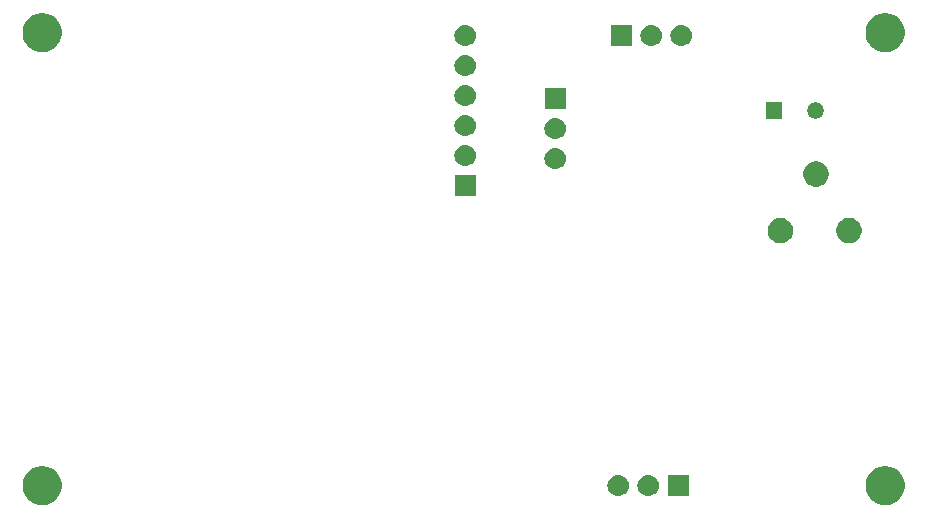
<source format=gbr>
G04 #@! TF.GenerationSoftware,KiCad,Pcbnew,(5.1.4)-1*
G04 #@! TF.CreationDate,2020-11-07T20:29:11+00:00*
G04 #@! TF.ProjectId,WLED Module,574c4544-204d-46f6-9475-6c652e6b6963,rev?*
G04 #@! TF.SameCoordinates,Original*
G04 #@! TF.FileFunction,Soldermask,Bot*
G04 #@! TF.FilePolarity,Negative*
%FSLAX46Y46*%
G04 Gerber Fmt 4.6, Leading zero omitted, Abs format (unit mm)*
G04 Created by KiCad (PCBNEW (5.1.4)-1) date 2020-11-07 20:29:11*
%MOMM*%
%LPD*%
G04 APERTURE LIST*
%ADD10C,0.100000*%
G04 APERTURE END LIST*
D10*
G36*
X178175256Y-124121298D02*
G01*
X178281579Y-124142447D01*
X178582042Y-124266903D01*
X178852451Y-124447585D01*
X179082415Y-124677549D01*
X179263097Y-124947958D01*
X179387553Y-125248421D01*
X179451000Y-125567391D01*
X179451000Y-125892609D01*
X179387553Y-126211579D01*
X179263097Y-126512042D01*
X179082415Y-126782451D01*
X178852451Y-127012415D01*
X178582042Y-127193097D01*
X178281579Y-127317553D01*
X178175256Y-127338702D01*
X177962611Y-127381000D01*
X177637389Y-127381000D01*
X177424744Y-127338702D01*
X177318421Y-127317553D01*
X177017958Y-127193097D01*
X176747549Y-127012415D01*
X176517585Y-126782451D01*
X176336903Y-126512042D01*
X176212447Y-126211579D01*
X176149000Y-125892609D01*
X176149000Y-125567391D01*
X176212447Y-125248421D01*
X176336903Y-124947958D01*
X176517585Y-124677549D01*
X176747549Y-124447585D01*
X177017958Y-124266903D01*
X177318421Y-124142447D01*
X177424744Y-124121298D01*
X177637389Y-124079000D01*
X177962611Y-124079000D01*
X178175256Y-124121298D01*
X178175256Y-124121298D01*
G37*
G36*
X249549256Y-124121298D02*
G01*
X249655579Y-124142447D01*
X249956042Y-124266903D01*
X250226451Y-124447585D01*
X250456415Y-124677549D01*
X250637097Y-124947958D01*
X250761553Y-125248421D01*
X250825000Y-125567391D01*
X250825000Y-125892609D01*
X250761553Y-126211579D01*
X250637097Y-126512042D01*
X250456415Y-126782451D01*
X250226451Y-127012415D01*
X249956042Y-127193097D01*
X249655579Y-127317553D01*
X249549256Y-127338702D01*
X249336611Y-127381000D01*
X249011389Y-127381000D01*
X248798744Y-127338702D01*
X248692421Y-127317553D01*
X248391958Y-127193097D01*
X248121549Y-127012415D01*
X247891585Y-126782451D01*
X247710903Y-126512042D01*
X247586447Y-126211579D01*
X247523000Y-125892609D01*
X247523000Y-125567391D01*
X247586447Y-125248421D01*
X247710903Y-124947958D01*
X247891585Y-124677549D01*
X248121549Y-124447585D01*
X248391958Y-124266903D01*
X248692421Y-124142447D01*
X248798744Y-124121298D01*
X249011389Y-124079000D01*
X249336611Y-124079000D01*
X249549256Y-124121298D01*
X249549256Y-124121298D01*
G37*
G36*
X229218443Y-124835519D02*
G01*
X229284627Y-124842037D01*
X229454466Y-124893557D01*
X229610991Y-124977222D01*
X229646729Y-125006552D01*
X229748186Y-125089814D01*
X229831448Y-125191271D01*
X229860778Y-125227009D01*
X229944443Y-125383534D01*
X229995963Y-125553373D01*
X230013359Y-125730000D01*
X229995963Y-125906627D01*
X229944443Y-126076466D01*
X229860778Y-126232991D01*
X229831448Y-126268729D01*
X229748186Y-126370186D01*
X229646729Y-126453448D01*
X229610991Y-126482778D01*
X229454466Y-126566443D01*
X229284627Y-126617963D01*
X229218442Y-126624482D01*
X229152260Y-126631000D01*
X229063740Y-126631000D01*
X228997558Y-126624482D01*
X228931373Y-126617963D01*
X228761534Y-126566443D01*
X228605009Y-126482778D01*
X228569271Y-126453448D01*
X228467814Y-126370186D01*
X228384552Y-126268729D01*
X228355222Y-126232991D01*
X228271557Y-126076466D01*
X228220037Y-125906627D01*
X228202641Y-125730000D01*
X228220037Y-125553373D01*
X228271557Y-125383534D01*
X228355222Y-125227009D01*
X228384552Y-125191271D01*
X228467814Y-125089814D01*
X228569271Y-125006552D01*
X228605009Y-124977222D01*
X228761534Y-124893557D01*
X228931373Y-124842037D01*
X228997557Y-124835519D01*
X229063740Y-124829000D01*
X229152260Y-124829000D01*
X229218443Y-124835519D01*
X229218443Y-124835519D01*
G37*
G36*
X226678443Y-124835519D02*
G01*
X226744627Y-124842037D01*
X226914466Y-124893557D01*
X227070991Y-124977222D01*
X227106729Y-125006552D01*
X227208186Y-125089814D01*
X227291448Y-125191271D01*
X227320778Y-125227009D01*
X227404443Y-125383534D01*
X227455963Y-125553373D01*
X227473359Y-125730000D01*
X227455963Y-125906627D01*
X227404443Y-126076466D01*
X227320778Y-126232991D01*
X227291448Y-126268729D01*
X227208186Y-126370186D01*
X227106729Y-126453448D01*
X227070991Y-126482778D01*
X226914466Y-126566443D01*
X226744627Y-126617963D01*
X226678442Y-126624482D01*
X226612260Y-126631000D01*
X226523740Y-126631000D01*
X226457558Y-126624482D01*
X226391373Y-126617963D01*
X226221534Y-126566443D01*
X226065009Y-126482778D01*
X226029271Y-126453448D01*
X225927814Y-126370186D01*
X225844552Y-126268729D01*
X225815222Y-126232991D01*
X225731557Y-126076466D01*
X225680037Y-125906627D01*
X225662641Y-125730000D01*
X225680037Y-125553373D01*
X225731557Y-125383534D01*
X225815222Y-125227009D01*
X225844552Y-125191271D01*
X225927814Y-125089814D01*
X226029271Y-125006552D01*
X226065009Y-124977222D01*
X226221534Y-124893557D01*
X226391373Y-124842037D01*
X226457557Y-124835519D01*
X226523740Y-124829000D01*
X226612260Y-124829000D01*
X226678443Y-124835519D01*
X226678443Y-124835519D01*
G37*
G36*
X232549000Y-126631000D02*
G01*
X230747000Y-126631000D01*
X230747000Y-124829000D01*
X232549000Y-124829000D01*
X232549000Y-126631000D01*
X232549000Y-126631000D01*
G37*
G36*
X246414366Y-103105647D02*
G01*
X246610129Y-103186735D01*
X246610130Y-103186736D01*
X246786313Y-103304457D01*
X246936143Y-103454287D01*
X247014802Y-103572009D01*
X247053865Y-103630471D01*
X247134953Y-103826234D01*
X247176290Y-104034052D01*
X247176290Y-104245948D01*
X247134953Y-104453766D01*
X247053865Y-104649529D01*
X247053864Y-104649530D01*
X246936143Y-104825713D01*
X246786313Y-104975543D01*
X246668591Y-105054202D01*
X246610129Y-105093265D01*
X246414366Y-105174353D01*
X246206548Y-105215690D01*
X245994652Y-105215690D01*
X245786834Y-105174353D01*
X245591071Y-105093265D01*
X245532609Y-105054202D01*
X245414887Y-104975543D01*
X245265057Y-104825713D01*
X245147336Y-104649530D01*
X245147335Y-104649529D01*
X245066247Y-104453766D01*
X245024910Y-104245948D01*
X245024910Y-104034052D01*
X245066247Y-103826234D01*
X245147335Y-103630471D01*
X245186398Y-103572009D01*
X245265057Y-103454287D01*
X245414887Y-103304457D01*
X245591070Y-103186736D01*
X245591071Y-103186735D01*
X245786834Y-103105647D01*
X245994652Y-103064310D01*
X246206548Y-103064310D01*
X246414366Y-103105647D01*
X246414366Y-103105647D01*
G37*
G36*
X240615546Y-103105647D02*
G01*
X240811309Y-103186735D01*
X240811310Y-103186736D01*
X240987493Y-103304457D01*
X241137323Y-103454287D01*
X241215982Y-103572009D01*
X241255045Y-103630471D01*
X241336133Y-103826234D01*
X241377470Y-104034052D01*
X241377470Y-104245948D01*
X241336133Y-104453766D01*
X241255045Y-104649529D01*
X241255044Y-104649530D01*
X241137323Y-104825713D01*
X240987493Y-104975543D01*
X240869771Y-105054202D01*
X240811309Y-105093265D01*
X240615546Y-105174353D01*
X240407728Y-105215690D01*
X240195832Y-105215690D01*
X239988014Y-105174353D01*
X239792251Y-105093265D01*
X239733789Y-105054202D01*
X239616067Y-104975543D01*
X239466237Y-104825713D01*
X239348516Y-104649530D01*
X239348515Y-104649529D01*
X239267427Y-104453766D01*
X239226090Y-104245948D01*
X239226090Y-104034052D01*
X239267427Y-103826234D01*
X239348515Y-103630471D01*
X239387578Y-103572009D01*
X239466237Y-103454287D01*
X239616067Y-103304457D01*
X239792250Y-103186736D01*
X239792251Y-103186735D01*
X239988014Y-103105647D01*
X240195832Y-103064310D01*
X240407728Y-103064310D01*
X240615546Y-103105647D01*
X240615546Y-103105647D01*
G37*
G36*
X214515000Y-101231000D02*
G01*
X212713000Y-101231000D01*
X212713000Y-99429000D01*
X214515000Y-99429000D01*
X214515000Y-101231000D01*
X214515000Y-101231000D01*
G37*
G36*
X243615286Y-98307587D02*
G01*
X243811049Y-98388675D01*
X243811050Y-98388676D01*
X243987233Y-98506397D01*
X244137063Y-98656227D01*
X244155744Y-98684186D01*
X244254785Y-98832411D01*
X244335873Y-99028174D01*
X244377210Y-99235992D01*
X244377210Y-99447888D01*
X244335873Y-99655706D01*
X244254785Y-99851469D01*
X244254784Y-99851470D01*
X244137063Y-100027653D01*
X243987233Y-100177483D01*
X243869511Y-100256142D01*
X243811049Y-100295205D01*
X243615286Y-100376293D01*
X243407468Y-100417630D01*
X243195572Y-100417630D01*
X242987754Y-100376293D01*
X242791991Y-100295205D01*
X242733529Y-100256142D01*
X242615807Y-100177483D01*
X242465977Y-100027653D01*
X242348256Y-99851470D01*
X242348255Y-99851469D01*
X242267167Y-99655706D01*
X242225830Y-99447888D01*
X242225830Y-99235992D01*
X242267167Y-99028174D01*
X242348255Y-98832411D01*
X242447296Y-98684186D01*
X242465977Y-98656227D01*
X242615807Y-98506397D01*
X242791990Y-98388676D01*
X242791991Y-98388675D01*
X242987754Y-98307587D01*
X243195572Y-98266250D01*
X243407468Y-98266250D01*
X243615286Y-98307587D01*
X243615286Y-98307587D01*
G37*
G36*
X221344443Y-97149519D02*
G01*
X221410627Y-97156037D01*
X221580466Y-97207557D01*
X221736991Y-97291222D01*
X221772729Y-97320552D01*
X221874186Y-97403814D01*
X221957448Y-97505271D01*
X221986778Y-97541009D01*
X222070443Y-97697534D01*
X222121963Y-97867373D01*
X222139359Y-98044000D01*
X222121963Y-98220627D01*
X222070443Y-98390466D01*
X221986778Y-98546991D01*
X221957448Y-98582729D01*
X221874186Y-98684186D01*
X221772729Y-98767448D01*
X221736991Y-98796778D01*
X221580466Y-98880443D01*
X221410627Y-98931963D01*
X221344443Y-98938481D01*
X221278260Y-98945000D01*
X221189740Y-98945000D01*
X221123558Y-98938482D01*
X221057373Y-98931963D01*
X220887534Y-98880443D01*
X220731009Y-98796778D01*
X220695271Y-98767448D01*
X220593814Y-98684186D01*
X220510552Y-98582729D01*
X220481222Y-98546991D01*
X220397557Y-98390466D01*
X220346037Y-98220627D01*
X220328641Y-98044000D01*
X220346037Y-97867373D01*
X220397557Y-97697534D01*
X220481222Y-97541009D01*
X220510552Y-97505271D01*
X220593814Y-97403814D01*
X220695271Y-97320552D01*
X220731009Y-97291222D01*
X220887534Y-97207557D01*
X221057373Y-97156037D01*
X221123558Y-97149518D01*
X221189740Y-97143000D01*
X221278260Y-97143000D01*
X221344443Y-97149519D01*
X221344443Y-97149519D01*
G37*
G36*
X213724442Y-96895518D02*
G01*
X213790627Y-96902037D01*
X213960466Y-96953557D01*
X214116991Y-97037222D01*
X214152729Y-97066552D01*
X214254186Y-97149814D01*
X214337448Y-97251271D01*
X214366778Y-97287009D01*
X214450443Y-97443534D01*
X214501963Y-97613373D01*
X214519359Y-97790000D01*
X214501963Y-97966627D01*
X214450443Y-98136466D01*
X214366778Y-98292991D01*
X214354799Y-98307587D01*
X214254186Y-98430186D01*
X214161321Y-98506397D01*
X214116991Y-98542778D01*
X213960466Y-98626443D01*
X213790627Y-98677963D01*
X213727453Y-98684185D01*
X213658260Y-98691000D01*
X213569740Y-98691000D01*
X213500547Y-98684185D01*
X213437373Y-98677963D01*
X213267534Y-98626443D01*
X213111009Y-98542778D01*
X213066679Y-98506397D01*
X212973814Y-98430186D01*
X212873201Y-98307587D01*
X212861222Y-98292991D01*
X212777557Y-98136466D01*
X212726037Y-97966627D01*
X212708641Y-97790000D01*
X212726037Y-97613373D01*
X212777557Y-97443534D01*
X212861222Y-97287009D01*
X212890552Y-97251271D01*
X212973814Y-97149814D01*
X213075271Y-97066552D01*
X213111009Y-97037222D01*
X213267534Y-96953557D01*
X213437373Y-96902037D01*
X213503558Y-96895518D01*
X213569740Y-96889000D01*
X213658260Y-96889000D01*
X213724442Y-96895518D01*
X213724442Y-96895518D01*
G37*
G36*
X221344442Y-94609518D02*
G01*
X221410627Y-94616037D01*
X221580466Y-94667557D01*
X221736991Y-94751222D01*
X221772729Y-94780552D01*
X221874186Y-94863814D01*
X221957448Y-94965271D01*
X221986778Y-95001009D01*
X222070443Y-95157534D01*
X222121963Y-95327373D01*
X222139359Y-95504000D01*
X222121963Y-95680627D01*
X222070443Y-95850466D01*
X221986778Y-96006991D01*
X221957448Y-96042729D01*
X221874186Y-96144186D01*
X221772729Y-96227448D01*
X221736991Y-96256778D01*
X221580466Y-96340443D01*
X221410627Y-96391963D01*
X221344442Y-96398482D01*
X221278260Y-96405000D01*
X221189740Y-96405000D01*
X221123558Y-96398482D01*
X221057373Y-96391963D01*
X220887534Y-96340443D01*
X220731009Y-96256778D01*
X220695271Y-96227448D01*
X220593814Y-96144186D01*
X220510552Y-96042729D01*
X220481222Y-96006991D01*
X220397557Y-95850466D01*
X220346037Y-95680627D01*
X220328641Y-95504000D01*
X220346037Y-95327373D01*
X220397557Y-95157534D01*
X220481222Y-95001009D01*
X220510552Y-94965271D01*
X220593814Y-94863814D01*
X220695271Y-94780552D01*
X220731009Y-94751222D01*
X220887534Y-94667557D01*
X221057373Y-94616037D01*
X221123558Y-94609518D01*
X221189740Y-94603000D01*
X221278260Y-94603000D01*
X221344442Y-94609518D01*
X221344442Y-94609518D01*
G37*
G36*
X213724442Y-94355518D02*
G01*
X213790627Y-94362037D01*
X213960466Y-94413557D01*
X214116991Y-94497222D01*
X214152729Y-94526552D01*
X214254186Y-94609814D01*
X214337448Y-94711271D01*
X214366778Y-94747009D01*
X214450443Y-94903534D01*
X214501963Y-95073373D01*
X214519359Y-95250000D01*
X214501963Y-95426627D01*
X214450443Y-95596466D01*
X214366778Y-95752991D01*
X214337448Y-95788729D01*
X214254186Y-95890186D01*
X214152729Y-95973448D01*
X214116991Y-96002778D01*
X213960466Y-96086443D01*
X213790627Y-96137963D01*
X213727453Y-96144185D01*
X213658260Y-96151000D01*
X213569740Y-96151000D01*
X213500547Y-96144185D01*
X213437373Y-96137963D01*
X213267534Y-96086443D01*
X213111009Y-96002778D01*
X213075271Y-95973448D01*
X212973814Y-95890186D01*
X212890552Y-95788729D01*
X212861222Y-95752991D01*
X212777557Y-95596466D01*
X212726037Y-95426627D01*
X212708641Y-95250000D01*
X212726037Y-95073373D01*
X212777557Y-94903534D01*
X212861222Y-94747009D01*
X212890552Y-94711271D01*
X212973814Y-94609814D01*
X213075271Y-94526552D01*
X213111009Y-94497222D01*
X213267534Y-94413557D01*
X213437373Y-94362037D01*
X213503557Y-94355519D01*
X213569740Y-94349000D01*
X213658260Y-94349000D01*
X213724442Y-94355518D01*
X213724442Y-94355518D01*
G37*
G36*
X240464500Y-94668500D02*
G01*
X239087500Y-94668500D01*
X239087500Y-93291500D01*
X240464500Y-93291500D01*
X240464500Y-94668500D01*
X240464500Y-94668500D01*
G37*
G36*
X243476825Y-93317958D02*
G01*
X243476827Y-93317959D01*
X243476828Y-93317959D01*
X243539478Y-93343910D01*
X243602130Y-93369861D01*
X243714386Y-93444868D01*
X243714893Y-93445207D01*
X243810793Y-93541107D01*
X243810795Y-93541110D01*
X243886139Y-93653870D01*
X243938042Y-93779175D01*
X243964500Y-93912187D01*
X243964500Y-94047813D01*
X243938042Y-94180825D01*
X243886139Y-94306130D01*
X243848783Y-94362037D01*
X243810793Y-94418893D01*
X243714893Y-94514793D01*
X243714890Y-94514795D01*
X243602130Y-94590139D01*
X243554630Y-94609814D01*
X243476828Y-94642041D01*
X243476827Y-94642041D01*
X243476825Y-94642042D01*
X243343813Y-94668500D01*
X243208187Y-94668500D01*
X243075175Y-94642042D01*
X243075173Y-94642041D01*
X243075172Y-94642041D01*
X242997370Y-94609814D01*
X242949870Y-94590139D01*
X242837110Y-94514795D01*
X242837107Y-94514793D01*
X242741207Y-94418893D01*
X242703217Y-94362037D01*
X242665861Y-94306130D01*
X242613958Y-94180825D01*
X242587500Y-94047813D01*
X242587500Y-93912187D01*
X242613958Y-93779175D01*
X242665861Y-93653870D01*
X242741205Y-93541110D01*
X242741207Y-93541107D01*
X242837107Y-93445207D01*
X242837614Y-93444868D01*
X242949870Y-93369861D01*
X243012523Y-93343909D01*
X243075172Y-93317959D01*
X243075173Y-93317959D01*
X243075175Y-93317958D01*
X243208187Y-93291500D01*
X243343813Y-93291500D01*
X243476825Y-93317958D01*
X243476825Y-93317958D01*
G37*
G36*
X222135000Y-93865000D02*
G01*
X220333000Y-93865000D01*
X220333000Y-92063000D01*
X222135000Y-92063000D01*
X222135000Y-93865000D01*
X222135000Y-93865000D01*
G37*
G36*
X213724442Y-91815518D02*
G01*
X213790627Y-91822037D01*
X213960466Y-91873557D01*
X214116991Y-91957222D01*
X214152729Y-91986552D01*
X214254186Y-92069814D01*
X214337448Y-92171271D01*
X214366778Y-92207009D01*
X214450443Y-92363534D01*
X214501963Y-92533373D01*
X214519359Y-92710000D01*
X214501963Y-92886627D01*
X214450443Y-93056466D01*
X214366778Y-93212991D01*
X214337448Y-93248729D01*
X214254186Y-93350186D01*
X214152729Y-93433448D01*
X214116991Y-93462778D01*
X213960466Y-93546443D01*
X213790627Y-93597963D01*
X213724442Y-93604482D01*
X213658260Y-93611000D01*
X213569740Y-93611000D01*
X213503557Y-93604481D01*
X213437373Y-93597963D01*
X213267534Y-93546443D01*
X213111009Y-93462778D01*
X213075271Y-93433448D01*
X212973814Y-93350186D01*
X212890552Y-93248729D01*
X212861222Y-93212991D01*
X212777557Y-93056466D01*
X212726037Y-92886627D01*
X212708641Y-92710000D01*
X212726037Y-92533373D01*
X212777557Y-92363534D01*
X212861222Y-92207009D01*
X212890552Y-92171271D01*
X212973814Y-92069814D01*
X213075271Y-91986552D01*
X213111009Y-91957222D01*
X213267534Y-91873557D01*
X213437373Y-91822037D01*
X213503558Y-91815518D01*
X213569740Y-91809000D01*
X213658260Y-91809000D01*
X213724442Y-91815518D01*
X213724442Y-91815518D01*
G37*
G36*
X213724443Y-89275519D02*
G01*
X213790627Y-89282037D01*
X213960466Y-89333557D01*
X214116991Y-89417222D01*
X214152729Y-89446552D01*
X214254186Y-89529814D01*
X214337448Y-89631271D01*
X214366778Y-89667009D01*
X214450443Y-89823534D01*
X214501963Y-89993373D01*
X214519359Y-90170000D01*
X214501963Y-90346627D01*
X214450443Y-90516466D01*
X214366778Y-90672991D01*
X214337448Y-90708729D01*
X214254186Y-90810186D01*
X214152729Y-90893448D01*
X214116991Y-90922778D01*
X213960466Y-91006443D01*
X213790627Y-91057963D01*
X213724442Y-91064482D01*
X213658260Y-91071000D01*
X213569740Y-91071000D01*
X213503558Y-91064482D01*
X213437373Y-91057963D01*
X213267534Y-91006443D01*
X213111009Y-90922778D01*
X213075271Y-90893448D01*
X212973814Y-90810186D01*
X212890552Y-90708729D01*
X212861222Y-90672991D01*
X212777557Y-90516466D01*
X212726037Y-90346627D01*
X212708641Y-90170000D01*
X212726037Y-89993373D01*
X212777557Y-89823534D01*
X212861222Y-89667009D01*
X212890552Y-89631271D01*
X212973814Y-89529814D01*
X213075271Y-89446552D01*
X213111009Y-89417222D01*
X213267534Y-89333557D01*
X213437373Y-89282037D01*
X213503557Y-89275519D01*
X213569740Y-89269000D01*
X213658260Y-89269000D01*
X213724443Y-89275519D01*
X213724443Y-89275519D01*
G37*
G36*
X178175256Y-85767298D02*
G01*
X178281579Y-85788447D01*
X178582042Y-85912903D01*
X178852451Y-86093585D01*
X179082415Y-86323549D01*
X179263097Y-86593958D01*
X179387553Y-86894421D01*
X179451000Y-87213391D01*
X179451000Y-87538609D01*
X179387553Y-87857579D01*
X179299550Y-88070037D01*
X179273474Y-88132991D01*
X179263097Y-88158042D01*
X179082415Y-88428451D01*
X178852451Y-88658415D01*
X178582042Y-88839097D01*
X178281579Y-88963553D01*
X178175256Y-88984702D01*
X177962611Y-89027000D01*
X177637389Y-89027000D01*
X177424744Y-88984702D01*
X177318421Y-88963553D01*
X177017958Y-88839097D01*
X176747549Y-88658415D01*
X176517585Y-88428451D01*
X176336903Y-88158042D01*
X176326527Y-88132991D01*
X176300450Y-88070037D01*
X176212447Y-87857579D01*
X176149000Y-87538609D01*
X176149000Y-87213391D01*
X176212447Y-86894421D01*
X176336903Y-86593958D01*
X176517585Y-86323549D01*
X176747549Y-86093585D01*
X177017958Y-85912903D01*
X177318421Y-85788447D01*
X177424744Y-85767298D01*
X177637389Y-85725000D01*
X177962611Y-85725000D01*
X178175256Y-85767298D01*
X178175256Y-85767298D01*
G37*
G36*
X249549256Y-85767298D02*
G01*
X249655579Y-85788447D01*
X249956042Y-85912903D01*
X250226451Y-86093585D01*
X250456415Y-86323549D01*
X250637097Y-86593958D01*
X250761553Y-86894421D01*
X250825000Y-87213391D01*
X250825000Y-87538609D01*
X250761553Y-87857579D01*
X250673550Y-88070037D01*
X250647474Y-88132991D01*
X250637097Y-88158042D01*
X250456415Y-88428451D01*
X250226451Y-88658415D01*
X249956042Y-88839097D01*
X249655579Y-88963553D01*
X249549256Y-88984702D01*
X249336611Y-89027000D01*
X249011389Y-89027000D01*
X248798744Y-88984702D01*
X248692421Y-88963553D01*
X248391958Y-88839097D01*
X248121549Y-88658415D01*
X247891585Y-88428451D01*
X247710903Y-88158042D01*
X247700527Y-88132991D01*
X247674450Y-88070037D01*
X247586447Y-87857579D01*
X247523000Y-87538609D01*
X247523000Y-87213391D01*
X247586447Y-86894421D01*
X247710903Y-86593958D01*
X247891585Y-86323549D01*
X248121549Y-86093585D01*
X248391958Y-85912903D01*
X248692421Y-85788447D01*
X248798744Y-85767298D01*
X249011389Y-85725000D01*
X249336611Y-85725000D01*
X249549256Y-85767298D01*
X249549256Y-85767298D01*
G37*
G36*
X227723000Y-88531000D02*
G01*
X225921000Y-88531000D01*
X225921000Y-86729000D01*
X227723000Y-86729000D01*
X227723000Y-88531000D01*
X227723000Y-88531000D01*
G37*
G36*
X213724442Y-86735518D02*
G01*
X213790627Y-86742037D01*
X213960466Y-86793557D01*
X214116991Y-86877222D01*
X214137948Y-86894421D01*
X214254186Y-86989814D01*
X214337448Y-87091271D01*
X214366778Y-87127009D01*
X214366779Y-87127011D01*
X214412951Y-87213391D01*
X214450443Y-87283534D01*
X214501963Y-87453373D01*
X214519359Y-87630000D01*
X214501963Y-87806627D01*
X214450443Y-87976466D01*
X214366778Y-88132991D01*
X214346219Y-88158042D01*
X214254186Y-88270186D01*
X214152729Y-88353448D01*
X214116991Y-88382778D01*
X213960466Y-88466443D01*
X213790627Y-88517963D01*
X213724442Y-88524482D01*
X213658260Y-88531000D01*
X213569740Y-88531000D01*
X213503558Y-88524482D01*
X213437373Y-88517963D01*
X213267534Y-88466443D01*
X213111009Y-88382778D01*
X213075271Y-88353448D01*
X212973814Y-88270186D01*
X212881781Y-88158042D01*
X212861222Y-88132991D01*
X212777557Y-87976466D01*
X212726037Y-87806627D01*
X212708641Y-87630000D01*
X212726037Y-87453373D01*
X212777557Y-87283534D01*
X212815050Y-87213391D01*
X212861221Y-87127011D01*
X212861222Y-87127009D01*
X212890552Y-87091271D01*
X212973814Y-86989814D01*
X213090052Y-86894421D01*
X213111009Y-86877222D01*
X213267534Y-86793557D01*
X213437373Y-86742037D01*
X213503558Y-86735518D01*
X213569740Y-86729000D01*
X213658260Y-86729000D01*
X213724442Y-86735518D01*
X213724442Y-86735518D01*
G37*
G36*
X229472442Y-86735518D02*
G01*
X229538627Y-86742037D01*
X229708466Y-86793557D01*
X229864991Y-86877222D01*
X229885948Y-86894421D01*
X230002186Y-86989814D01*
X230085448Y-87091271D01*
X230114778Y-87127009D01*
X230114779Y-87127011D01*
X230160951Y-87213391D01*
X230198443Y-87283534D01*
X230249963Y-87453373D01*
X230267359Y-87630000D01*
X230249963Y-87806627D01*
X230198443Y-87976466D01*
X230114778Y-88132991D01*
X230094219Y-88158042D01*
X230002186Y-88270186D01*
X229900729Y-88353448D01*
X229864991Y-88382778D01*
X229708466Y-88466443D01*
X229538627Y-88517963D01*
X229472442Y-88524482D01*
X229406260Y-88531000D01*
X229317740Y-88531000D01*
X229251558Y-88524482D01*
X229185373Y-88517963D01*
X229015534Y-88466443D01*
X228859009Y-88382778D01*
X228823271Y-88353448D01*
X228721814Y-88270186D01*
X228629781Y-88158042D01*
X228609222Y-88132991D01*
X228525557Y-87976466D01*
X228474037Y-87806627D01*
X228456641Y-87630000D01*
X228474037Y-87453373D01*
X228525557Y-87283534D01*
X228563050Y-87213391D01*
X228609221Y-87127011D01*
X228609222Y-87127009D01*
X228638552Y-87091271D01*
X228721814Y-86989814D01*
X228838052Y-86894421D01*
X228859009Y-86877222D01*
X229015534Y-86793557D01*
X229185373Y-86742037D01*
X229251558Y-86735518D01*
X229317740Y-86729000D01*
X229406260Y-86729000D01*
X229472442Y-86735518D01*
X229472442Y-86735518D01*
G37*
G36*
X232012442Y-86735518D02*
G01*
X232078627Y-86742037D01*
X232248466Y-86793557D01*
X232404991Y-86877222D01*
X232425948Y-86894421D01*
X232542186Y-86989814D01*
X232625448Y-87091271D01*
X232654778Y-87127009D01*
X232654779Y-87127011D01*
X232700951Y-87213391D01*
X232738443Y-87283534D01*
X232789963Y-87453373D01*
X232807359Y-87630000D01*
X232789963Y-87806627D01*
X232738443Y-87976466D01*
X232654778Y-88132991D01*
X232634219Y-88158042D01*
X232542186Y-88270186D01*
X232440729Y-88353448D01*
X232404991Y-88382778D01*
X232248466Y-88466443D01*
X232078627Y-88517963D01*
X232012442Y-88524482D01*
X231946260Y-88531000D01*
X231857740Y-88531000D01*
X231791558Y-88524482D01*
X231725373Y-88517963D01*
X231555534Y-88466443D01*
X231399009Y-88382778D01*
X231363271Y-88353448D01*
X231261814Y-88270186D01*
X231169781Y-88158042D01*
X231149222Y-88132991D01*
X231065557Y-87976466D01*
X231014037Y-87806627D01*
X230996641Y-87630000D01*
X231014037Y-87453373D01*
X231065557Y-87283534D01*
X231103050Y-87213391D01*
X231149221Y-87127011D01*
X231149222Y-87127009D01*
X231178552Y-87091271D01*
X231261814Y-86989814D01*
X231378052Y-86894421D01*
X231399009Y-86877222D01*
X231555534Y-86793557D01*
X231725373Y-86742037D01*
X231791558Y-86735518D01*
X231857740Y-86729000D01*
X231946260Y-86729000D01*
X232012442Y-86735518D01*
X232012442Y-86735518D01*
G37*
M02*

</source>
